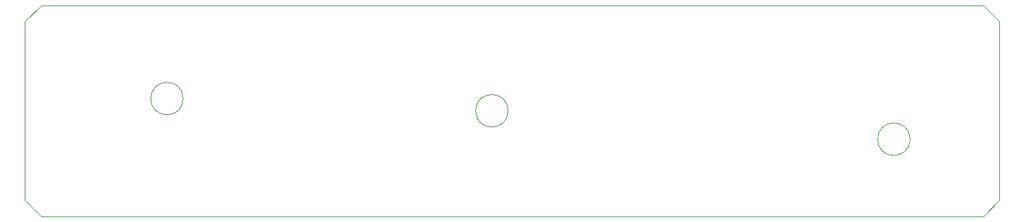
<source format=gbr>
%TF.GenerationSoftware,KiCad,Pcbnew,7.0.7*%
%TF.CreationDate,2023-09-16T18:41:48+02:00*%
%TF.ProjectId,dew_connector_pcb,6465775f-636f-46e6-9e65-63746f725f70,rev?*%
%TF.SameCoordinates,Original*%
%TF.FileFunction,Profile,NP*%
%FSLAX46Y46*%
G04 Gerber Fmt 4.6, Leading zero omitted, Abs format (unit mm)*
G04 Created by KiCad (PCBNEW 7.0.7) date 2023-09-16 18:41:48*
%MOMM*%
%LPD*%
G01*
G04 APERTURE LIST*
%TA.AperFunction,Profile*%
%ADD10C,0.100000*%
%TD*%
G04 APERTURE END LIST*
D10*
X69500000Y-61000000D02*
G75*
G03*
X69500000Y-61000000I-2000000J0D01*
G01*
X170000000Y-51500000D02*
X170000000Y-73500000D01*
X168000000Y-75500000D01*
X52000000Y-75500000D01*
X50000000Y-73500000D01*
X50000000Y-51500000D01*
X52000000Y-49500000D01*
X168000000Y-49500000D01*
X170000000Y-51500000D01*
X159000000Y-66000000D02*
G75*
G03*
X159000000Y-66000000I-2000000J0D01*
G01*
X109500000Y-62500000D02*
G75*
G03*
X109500000Y-62500000I-2000000J0D01*
G01*
M02*

</source>
